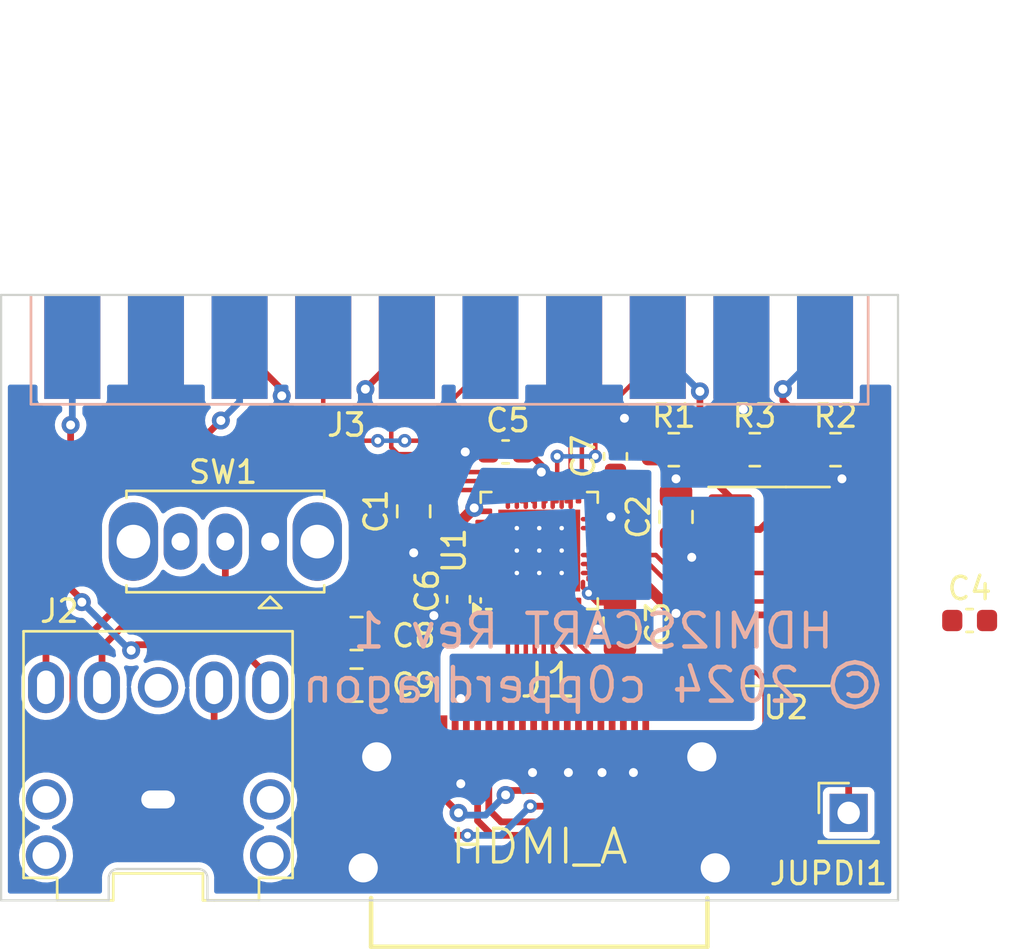
<source format=kicad_pcb>
(kicad_pcb (version 20240108) (generator "pcbnew") (generator_version "8.0")
  (title_block (title "HDMI2SCART") (rev "1"))
  (layers (0 "F.Cu" signal) (1 "In1.Cu" signal) (2 "In2.Cu" signal) (31 "B.Cu" signal) (34 "B.Paste" user) (35 "F.Paste" user) (36 "B.SilkS" user "B.Silkscreen") (37 "F.SilkS" user "F.Silkscreen") (38 "B.Mask" user) (39 "F.Mask" user) (44 "Edge.Cuts" user))
  (net 0 "")
  (net 1 "GND")
  (net 2 "+5V")
  (net 3 "+3.3V")
  (net 4 "Net-(C8-Pad1)")
  (net 5 "Net-(C8-Pad2)")
  (net 6 "Net-(C9-Pad1)")
  (net 7 "Net-(C9-Pad2)")
  (net 8 "Net-(J1-Pad1)")
  (net 9 "Net-(J1-Pad4)")
  (net 10 "Net-(J1-Pad6)")
  (net 11 "Net-(J1-Pad7)")
  (net 12 "Net-(J1-Pad9)")
  (net 13 "Net-(J1-Pad12)")
  (net 14 "+1V2")
  (net 15 "/AUD_R")
  (net 16 "/SCL")
  (net 17 "/SDA")
  (net 18 "/HPD")
  (net 19 "/RIGHT")
  (net 20 "/LEFT")
  (net 21 "/AUD_L")
  (net 22 "Net-(J1-CK+)")
  (net 23 "/B")
  (net 24 "Net-(J1-D0+)")
  (net 25 "Net-(J1-D2-)")
  (net 26 "/G")
  (net 27 "Net-(J1-D1+)")
  (net 28 "/R")
  (net 29 "Net-(J1-D2+)")
  (net 30 "Net-(J1-D1-)")
  (net 31 "/CSYNC")
  (net 33 "Net-(J1-D0-)")
  (net 34 "/60Hz")
  (net 35 "Net-(J1-CK-)")
  (net 36 "/VSYNC")
  (net 37 "/HSYNC")
  (net 44 "Net-(J3-P16)")
  (net 46 "Net-(JUPDI1-Pin_1)")
  (net 47 "Net-(U2-PA4)")
  (footprint "Connector_PinHeader_2.54mm:PinHeader_1x01_P2.54mm_Vertical" (layer "F.Cu") (at 163.8 95.1)
    (property "Reference" "JUPDI1" (at -0.9 2.7 0) (layer "F.SilkS"))
    (property "Value" "Conn_01x01")
    (pad "1" thru_hole rect (at 0 0) (size 1.7 1.7) (drill 1) (layers "*.Cu" "*.Mask") (net 46 "Net-(JUPDI1-Pin_1)"))
  )
  (footprint "Package_SO:SOIC-14_3.9x8.7mm_P1.27mm" (layer "F.Cu") (at 161 85)
    (property "Reference" "U2" (at 0 5.4 0) (layer "F.SilkS"))
    (property "Value" "ATtiny1604-SS")
    (pad "1" smd roundrect (at -2.475 -3.81) (size 1.95 0.6) (layers "F.Cu" "F.Paste" "F.Mask") (net 2 "+5V"))
    (pad "2" smd roundrect (at -2.475 -2.54) (size 1.95 0.6) (layers "F.Cu" "F.Paste" "F.Mask") (net 47 "Net-(U2-PA4)"))
    (pad "3" smd roundrect (at -2.475 -1.27) (size 1.95 0.6) (layers "F.Cu" "F.Paste" "F.Mask"))
    (pad "4" smd roundrect (at -2.475 0) (size 1.95 0.6) (layers "F.Cu" "F.Paste" "F.Mask"))
    (pad "5" smd roundrect (at -2.475 1.27) (size 1.95 0.6) (layers "F.Cu" "F.Paste" "F.Mask") (net 34 "/60Hz"))
    (pad "6" smd roundrect (at -2.475 2.54) (size 1.95 0.6) (layers "F.Cu" "F.Paste" "F.Mask"))
    (pad "7" smd roundrect (at -2.475 3.81) (size 1.95 0.6) (layers "F.Cu" "F.Paste" "F.Mask") (net 18 "/HPD"))
    (pad "8" smd roundrect (at 2.475 3.81) (size 1.95 0.6) (layers "F.Cu" "F.Paste" "F.Mask") (net 17 "/SDA"))
    (pad "9" smd roundrect (at 2.475 2.54) (size 1.95 0.6) (layers "F.Cu" "F.Paste" "F.Mask") (net 16 "/SCL"))
    (pad "10" smd roundrect (at 2.475 1.27) (size 1.95 0.6) (layers "F.Cu" "F.Paste" "F.Mask") (net 46 "Net-(JUPDI1-Pin_1)"))
    (pad "11" smd roundrect (at 2.475 0) (size 1.95 0.6) (layers "F.Cu" "F.Paste" "F.Mask") (net 36 "/VSYNC"))
    (pad "12" smd roundrect (at 2.475 -1.27) (size 1.95 0.6) (layers "F.Cu" "F.Paste" "F.Mask") (net 37 "/HSYNC"))
    (pad "13" smd roundrect (at 2.475 -2.54) (size 1.95 0.6) (layers "F.Cu" "F.Paste" "F.Mask"))
    (pad "14" smd roundrect (at 2.475 -3.81) (size 1.95 0.6) (layers "F.Cu" "F.Paste" "F.Mask") (net 1 "GND"))
  )
  (footprint "Capacitor_SMD:C_0603_1608Metric" (layer "F.Cu") (at 169.195 86.52)
    (property "Reference" "C4" (at 0 -1.43 0) (layer "F.SilkS"))
    (property "Value" "100nF")
    (pad "1" smd roundrect (at -0.775 0) (size 0.9 0.95) (layers "F.Cu" "F.Paste" "F.Mask") (net 3 "+3.3V"))
    (pad "2" smd roundrect (at 0.775 0) (size 0.9 0.95) (layers "F.Cu" "F.Paste" "F.Mask") (net 1 "GND"))
  )
  (footprint "Capacitor_SMD:C_0805_2012Metric" (layer "F.Cu") (at 156.1 81.9 90)
    (property "Reference" "C2" (at 0 -1.68 90) (layer "F.SilkS"))
    (property "Value" "10uF")
    (pad "1" smd roundrect (at -0.95 0 90) (size 1 1.45) (layers "F.Cu" "F.Paste" "F.Mask") (net 3 "+3.3V"))
    (pad "2" smd roundrect (at 0.95 0 90) (size 1 1.45) (layers "F.Cu" "F.Paste" "F.Mask") (net 1 "GND"))
  )
  (footprint "Package_DFN_QFN:QFN-32-1EP_5x5mm_P0.5mm_EP3.65x3.65mm_ThermalVias" (layer "F.Cu") (at 150 83.4 90)
    (property "Reference" "U1" (at 0 -3.8 90) (layer "F.SilkS"))
    (property "Value" "NX3303X")
    (pad "1" smd roundrect (at -2.475 -1.75 90) (size 0.75 0.25) (layers "F.Cu" "F.Paste" "F.Mask") (net 35 "Net-(J1-CK-)"))
    (pad "2" smd roundrect (at -2.475 -1.25 90) (size 0.75 0.25) (layers "F.Cu" "F.Paste" "F.Mask") (net 22 "Net-(J1-CK+)"))
    (pad "3" smd roundrect (at -2.475 -0.75 90) (size 0.75 0.25) (layers "F.Cu" "F.Paste" "F.Mask") (net 14 "+1V2"))
    (pad "4" smd roundrect (at -2.475 -0.25 90) (size 0.75 0.25) (layers "F.Cu" "F.Paste" "F.Mask") (net 33 "Net-(J1-D0-)"))
    (pad "5" smd roundrect (at -2.475 0.25 90) (size 0.75 0.25) (layers "F.Cu" "F.Paste" "F.Mask") (net 24 "Net-(J1-D0+)"))
    (pad "6" smd roundrect (at -2.475 0.75 90) (size 0.75 0.25) (layers "F.Cu" "F.Paste" "F.Mask") (net 3 "+3.3V"))
    (pad "7" smd roundrect (at -2.475 1.25 90) (size 0.75 0.25) (layers "F.Cu" "F.Paste" "F.Mask") (net 30 "Net-(J1-D1-)"))
    (pad "8" smd roundrect (at -2.475 1.75 90) (size 0.75 0.25) (layers "F.Cu" "F.Paste" "F.Mask") (net 27 "Net-(J1-D1+)"))
    (pad "9" smd roundrect (at -1.75 2.475 90) (size 0.25 0.75) (layers "F.Cu" "F.Paste" "F.Mask") (net 25 "Net-(J1-D2-)"))
    (pad "10" smd roundrect (at -1.25 2.475 90) (size 0.25 0.75) (layers "F.Cu" "F.Paste" "F.Mask") (net 29 "Net-(J1-D2+)"))
    (pad "11" smd roundrect (at -0.75 2.475 90) (size 0.25 0.75) (layers "F.Cu" "F.Paste" "F.Mask") (net 3 "+3.3V"))
    (pad "12" smd roundrect (at -0.25 2.475 90) (size 0.25 0.75) (layers "F.Cu" "F.Paste" "F.Mask") (net 23 "/B"))
    (pad "13" smd roundrect (at 0.25 2.475 90) (size 0.25 0.75) (layers "F.Cu" "F.Paste" "F.Mask") (net 26 "/G"))
    (pad "14" smd roundrect (at 0.75 2.475 90) (size 0.25 0.75) (layers "F.Cu" "F.Paste" "F.Mask") (net 28 "/R"))
    (pad "15" smd roundrect (at 1.25 2.475 90) (size 0.25 0.75) (layers "F.Cu" "F.Paste" "F.Mask") (net 3 "+3.3V"))
    (pad "16" smd roundrect (at 1.75 2.475 90) (size 0.25 0.75) (layers "F.Cu" "F.Paste" "F.Mask"))
    (pad "17" smd roundrect (at 2.475 1.75 90) (size 0.75 0.25) (layers "F.Cu" "F.Paste" "F.Mask") (net 21 "/AUD_L"))
    (pad "18" smd roundrect (at 2.475 1.25 90) (size 0.75 0.25) (layers "F.Cu" "F.Paste" "F.Mask") (net 15 "/AUD_R"))
    (pad "19" smd roundrect (at 2.475 0.75 90) (size 0.75 0.25) (layers "F.Cu" "F.Paste" "F.Mask") (net 3 "+3.3V"))
    (pad "20" smd roundrect (at 2.475 0.25 90) (size 0.75 0.25) (layers "F.Cu" "F.Paste" "F.Mask") (net 14 "+1V2"))
    (pad "21" smd roundrect (at 2.475 -0.25 90) (size 0.75 0.25) (layers "F.Cu" "F.Paste" "F.Mask") (net 3 "+3.3V"))
    (pad "22" smd roundrect (at 2.475 -0.75 90) (size 0.75 0.25) (layers "F.Cu" "F.Paste" "F.Mask") (net 2 "+5V"))
    (pad "23" smd roundrect (at 2.475 -1.25 90) (size 0.75 0.25) (layers "F.Cu" "F.Paste" "F.Mask") (net 1 "GND"))
    (pad "24" smd roundrect (at 2.475 -1.75 90) (size 0.75 0.25) (layers "F.Cu" "F.Paste" "F.Mask") (net 36 "/VSYNC"))
    (pad "25" smd roundrect (at 1.75 -2.475 90) (size 0.25 0.75) (layers "F.Cu" "F.Paste" "F.Mask"))
    (pad "26" smd roundrect (at 1.25 -2.475 90) (size 0.25 0.75) (layers "F.Cu" "F.Paste" "F.Mask"))
    (pad "27" smd roundrect (at 0.75 -2.475 90) (size 0.25 0.75) (layers "F.Cu" "F.Paste" "F.Mask") (net 37 "/HSYNC"))
    (pad "28" smd roundrect (at 0.25 -2.475 90) (size 0.25 0.75) (layers "F.Cu" "F.Paste" "F.Mask"))
    (pad "29" smd roundrect (at -0.25 -2.475 90) (size 0.25 0.75) (layers "F.Cu" "F.Paste" "F.Mask"))
    (pad "30" smd roundrect (at -0.75 -2.475 90) (size 0.25 0.75) (layers "F.Cu" "F.Paste" "F.Mask"))
    (pad "31" smd roundrect (at -1.25 -2.475 90) (size 0.25 0.75) (layers "F.Cu" "F.Paste" "F.Mask") (net 14 "+1V2"))
    (pad "32" smd roundrect (at -1.75 -2.475 90) (size 0.25 0.75) (layers "F.Cu" "F.Paste" "F.Mask") (net 3 "+3.3V"))
    (pad "33" thru_hole circle (at -1 -1 90) (size 0.5 0.5) (drill 0.2) (property pad_prop_heatsink) (layers "*.Cu") (net 1 "GND"))
    (pad "33" thru_hole circle (at -1 0 90) (size 0.5 0.5) (drill 0.2) (property pad_prop_heatsink) (layers "*.Cu") (net 1 "GND"))
    (pad "33" thru_hole circle (at -1 1 90) (size 0.5 0.5) (drill 0.2) (property pad_prop_heatsink) (layers "*.Cu") (net 1 "GND"))
    (pad "33" thru_hole circle (at 0 -1 90) (size 0.5 0.5) (drill 0.2) (property pad_prop_heatsink) (layers "*.Cu") (net 1 "GND"))
    (pad "33" thru_hole circle (at 0 0 90) (size 0.5 0.5) (drill 0.2) (property pad_prop_heatsink) (layers "*.Cu") (net 1 "GND"))
    (pad "33" smd rect (at 0 0 90) (size 2.5 2.5) (property pad_prop_heatsink) (layers "B.Cu") (net 1 "GND"))
    (pad "33" smd rect (at 0 0 90) (size 3.65 3.65) (property pad_prop_heatsink) (layers "F.Cu" "F.Mask") (net 1 "GND"))
    (pad "33" thru_hole circle (at 0 1 90) (size 0.5 0.5) (drill 0.2) (property pad_prop_heatsink) (layers "*.Cu") (net 1 "GND"))
    (pad "33" thru_hole circle (at 1 -1 90) (size 0.5 0.5) (drill 0.2) (property pad_prop_heatsink) (layers "*.Cu") (net 1 "GND"))
    (pad "33" thru_hole circle (at 1 0 90) (size 0.5 0.5) (drill 0.2) (property pad_prop_heatsink) (layers "*.Cu") (net 1 "GND"))
    (pad "33" thru_hole circle (at 1 1 90) (size 0.5 0.5) (drill 0.2) (property pad_prop_heatsink) (layers "*.Cu") (net 1 "GND"))
  )
  (footprint "footprints:FCI_10029449-11-5B13-5DRLF" (layer "F.Cu") (at 150 92.6)
    (property "Reference" "J1" (at 0.4 -3.4 0) (layer "F.SilkS") (effects (font (size 1.5 1.5))))
    (property "Value" "HDMI_A" (at 0 4 0) (layer "F.SilkS") (effects (font (size 1.5 1.5))))
    (pad "1" smd rect (at 4.75 -0.9) (size 0.3 1.9) (layers "F.Cu" "F.Paste" "F.Mask") (net 29 "Net-(J1-D2+)"))
    (pad "2" smd rect (at 4.25 -0.9) (size 0.3 1.9) (layers "F.Cu" "F.Paste" "F.Mask") (net 1 "GND"))
    (pad "3" smd rect (at 3.75 -0.9) (size 0.3 1.9) (layers "F.Cu" "F.Paste" "F.Mask") (net 25 "Net-(J1-D2-)"))
    (pad "4" smd rect (at 3.25 -0.9) (size 0.3 1.9) (layers "F.Cu" "F.Paste" "F.Mask") (net 27 "Net-(J1-D1+)"))
    (pad "5" smd rect (at 2.75 -0.9) (size 0.3 1.9) (layers "F.Cu" "F.Paste" "F.Mask") (net 1 "GND"))
    (pad "6" smd rect (at 2.25 -0.9) (size 0.3 1.9) (layers "F.Cu" "F.Paste" "F.Mask") (net 30 "Net-(J1-D1-)"))
    (pad "7" smd rect (at 1.75 -0.9) (size 0.3 1.9) (layers "F.Cu" "F.Paste" "F.Mask") (net 24 "Net-(J1-D0+)"))
    (pad "8" smd rect (at 1.25 -0.9) (size 0.3 1.9) (layers "F.Cu" "F.Paste" "F.Mask") (net 1 "GND"))
    (pad "9" smd rect (at 0.75 -0.9) (size 0.3 1.9) (layers "F.Cu" "F.Paste" "F.Mask") (net 33 "Net-(J1-D0-)"))
    (pad "10" smd rect (at 0.25 -0.9) (size 0.3 1.9) (layers "F.Cu" "F.Paste" "F.Mask") (net 22 "Net-(J1-CK+)"))
    (pad "11" smd rect (at -0.25 -0.9) (size 0.3 1.9) (layers "F.Cu" "F.Paste" "F.Mask") (net 1 "GND"))
    (pad "12" smd rect (at -0.75 -0.9) (size 0.3 1.9) (layers "F.Cu" "F.Paste" "F.Mask") (net 35 "Net-(J1-CK-)"))
    (pad "13" smd rect (at -1.25 -0.9) (size 0.3 1.9) (layers "F.Cu" "F.Paste" "F.Mask"))
    (pad "14" smd rect (at -1.75 -0.9) (size 0.3 1.9) (layers "F.Cu" "F.Paste" "F.Mask"))
    (pad "15" smd rect (at -2.25 -0.9) (size 0.3 1.9) (layers "F.Cu" "F.Paste" "F.Mask") (net 16 "/SCL"))
    (pad "16" smd rect (at -2.75 -0.9) (size 0.3 1.9) (layers "F.Cu" "F.Paste" "F.Mask") (net 17 "/SDA"))
    (pad "17" smd rect (at -3.25 -0.9) (size 0.3 1.9) (layers "F.Cu" "F.Paste" "F.Mask") (net 1 "GND"))
    (pad "18" smd rect (at -3.75 -0.9) (size 0.3 1.9) (layers "F.Cu" "F.Paste" "F.Mask") (net 2 "+5V"))
    (pad "19" smd rect (at -4.25 -0.9) (size 0.3 1.9) (layers "F.Cu" "F.Paste" "F.Mask") (net 18 "/HPD"))
    (pad "SH" thru_hole circle (at -7.85 4.95) (size 2 2) (drill 1.3) (layers "*.Cu" "*.Mask") (net 1 "GND"))
    (pad "SH" thru_hole circle (at -7.25 0) (size 2 2) (drill 1.3) (layers "*.Cu" "*.Mask") (net 1 "GND"))
    (pad "SH" thru_hole circle (at 7.25 0) (size 2 2) (drill 1.3) (layers "*.Cu" "*.Mask") (net 1 "GND"))
    (pad "SH" thru_hole circle (at 7.85 4.95) (size 2 2) (drill 1.3) (layers "*.Cu" "*.Mask") (net 1 "GND"))
  )
  (footprint "Resistor_SMD:R_0805_2012Metric" (layer "F.Cu") (at 156 78.9)
    (property "Reference" "R1" (at 0 -1.5 0) (layer "F.SilkS"))
    (property "Value" "180")
    (pad "1" smd roundrect (at -0.9125 0) (size 1.025 1.4) (layers "F.Cu" "F.Paste" "F.Mask") (roundrect_rratio 0.243902439) (net 44 "Net-(J3-P16)"))
    (pad "2" smd roundrect (at 0.9125 0) (size 1.025 1.4) (layers "F.Cu" "F.Paste" "F.Mask") (roundrect_rratio 0.243902439) (net 2 "+5V"))
  )
  (footprint "Capacitor_SMD:C_0603_1608Metric" (layer "F.Cu") (at 153.4 79.2 90)
    (property "Reference" "C7" (at 0 -1.43 90) (layer "F.SilkS"))
    (property "Value" "100nF")
    (pad "1" smd roundrect (at -0.775 0 90) (size 0.9 0.95) (layers "F.Cu" "F.Paste" "F.Mask") (net 14 "+1V2"))
    (pad "2" smd roundrect (at 0.775 0 90) (size 0.9 0.95) (layers "F.Cu" "F.Paste" "F.Mask") (net 1 "GND"))
  )
  (footprint "Capacitor_SMD:C_0805_2012Metric" (layer "F.Cu") (at 153.6 86.65 -90)
    (property "Reference" "C3" (at 0 -1.68 90) (layer "F.SilkS"))
    (property "Value" "10uF")
    (pad "1" smd roundrect (at -0.95 0 270) (size 1 1.45) (layers "F.Cu" "F.Paste" "F.Mask") (net 14 "+1V2"))
    (pad "2" smd roundrect (at 0.95 0 270) (size 1 1.45) (layers "F.Cu" "F.Paste" "F.Mask") (net 1 "GND"))
  )
  (footprint "Button_Switch_THT:SW_Slide_1P2T_CK_OS102011MS2Q" (layer "F.Cu") (at 138 83 180)
    (property "Reference" "SW1" (at 2.1 3.1 0) (layer "F.SilkS"))
    (property "Value" "0S102011MS2QN1")
    (pad "" thru_hole oval (at -2.1 0 180) (size 2.2 3.5) (drill 1.5) (layers "*.Cu" "*.Mask"))
    (pad "" thru_hole oval (at 6.1 0 180) (size 2.2 3.5) (drill 1.5) (layers "*.Cu" "*.Mask"))
    (pad "1" thru_hole rect (at 0 0 180) (size 1.5 2.5) (drill 0.8) (layers "*.Cu" "*.Mask") (net 1 "GND"))
    (pad "2" thru_hole oval (at 2 0 180) (size 1.5 2.5) (drill 0.8) (layers "*.Cu" "*.Mask") (net 34 "/60Hz"))
    (pad "3" thru_hole oval (at 4 0 180) (size 1.5 2.5) (drill 0.8) (layers "*.Cu" "*.Mask"))
  )
  (footprint "footprints:audio_jack" (layer "F.Cu") (at 133 94.5 90)
    (property "Reference" "J2" (at 8.4 -4.4 0) (layer "F.SilkS"))
    (property "Value" "SJ1-3525NG")
    (pad "" thru_hole circle (at -2.5 -5 90) (size 1.8 1.8) (drill 1.2) (layers "*.Cu" "*.Mask"))
    (pad "" thru_hole circle (at -2.5 5 90) (size 1.8 1.8) (drill 1.2) (layers "*.Cu" "*.Mask"))
    (pad "" thru_hole circle (at 0 -5 90) (size 1.8 1.8) (drill 1.2) (layers "*.Cu" "*.Mask"))
    (pad "" thru_hole circle (at 0 5 90) (size 1.8 1.8) (drill 1.2) (layers "*.Cu" "*.Mask"))
    (pad "" thru_hole circle (at 5 0 90) (size 1.8 1.8) (drill 1.2) (layers "*.Cu" "*.Mask"))
    (pad "R" thru_hole oval (at 5 -5 90) (size 2.3 1.6) (drill oval 1.5 0.8) (layers "*.Cu" "*.Mask") (net 19 "/RIGHT"))
    (pad "RN" thru_hole oval (at 5 -2.5 90) (size 2.3 1.6) (drill oval 1.5 0.8) (layers "*.Cu" "*.Mask") (net 5 "Net-(C8-Pad2)"))
    (pad "S" thru_hole oval (at 0 0 90) (size 1.6 2.3) (drill oval 0.8 1.5) (layers "*.Cu" "*.Mask") (net 1 "GND"))
    (pad "T" thru_hole oval (at 5 5 90) (size 2.3 1.6) (drill oval 1.5 0.8) (layers "*.Cu" "*.Mask") (net 20 "/LEFT"))
    (pad "TN" thru_hole oval (at 5 2.5 90) (size 2.3 1.6) (drill oval 1.5 0.8) (layers "*.Cu" "*.Mask") (net 7 "Net-(C9-Pad2)"))
  )
  (footprint "Capacitor_SMD:C_0603_1608Metric" (layer "F.Cu") (at 148.5 79 180)
    (property "Reference" "C5" (at -0.1 1.4 0) (layer "F.SilkS"))
    (property "Value" "100nF")
    (pad "1" smd roundrect (at -0.775 0 180) (size 0.9 0.95) (layers "F.Cu" "F.Paste" "F.Mask") (net 3 "+3.3V"))
    (pad "2" smd roundrect (at 0.775 0 180) (size 0.9 0.95) (layers "F.Cu" "F.Paste" "F.Mask") (net 1 "GND"))
  )
  (footprint "Capacitor_SMD:C_0805_2012Metric" (layer "F.Cu") (at 144.4 81.65 90)
    (property "Reference" "C1" (at 0 -1.68 90) (layer "F.SilkS"))
    (property "Value" "10uF")
    (pad "1" smd roundrect (at -0.95 0 90) (size 1 1.45) (layers "F.Cu" "F.Paste" "F.Mask") (net 2 "+5V"))
    (pad "2" smd roundrect (at 0.95 0 90) (size 1 1.45) (layers "F.Cu" "F.Paste" "F.Mask") (net 1 "GND"))
  )
  (footprint "Resistor_SMD:R_0805_2012Metric" (layer "F.Cu") (at 159.6125 78.9)
    (property "Reference" "R3" (at -0.0125 -1.5 0) (layer "F.SilkS"))
    (property "Value" "470")
    (pad "1" smd roundrect (at -0.9125 0) (size 1.025 1.4) (layers "F.Cu" "F.Paste" "F.Mask") (roundrect_rratio 0.243902439) (net 47 "Net-(U2-PA4)"))
    (pad "2" smd roundrect (at 0.9125 0) (size 1.025 1.4) (layers "F.Cu" "F.Paste" "F.Mask") (roundrect_rratio 0.243902439) (net 31 "/CSYNC"))
  )
  (footprint "Capacitor_SMD:C_0805_2012Metric" (layer "F.Cu") (at 141.85 87.1 180)
    (property "Reference" "C8" (at -2.55 -0.1 0) (layer "F.SilkS"))
    (property "Value" "10uF")
    (pad "1" smd roundrect (at -0.95 0 180) (size 1 1.45) (layers "F.Cu" "F.Paste" "F.Mask") (net 15 "/AUD_R"))
    (pad "2" smd roundrect (at 0.95 0 180) (size 1 1.45) (layers "F.Cu" "F.Paste" "F.Mask") (net 5 "Net-(C8-Pad2)"))
  )
  (footprint "Capacitor_SMD:C_0603_1608Metric" (layer "F.Cu") (at 146.4 85.575 -90)
    (property "Reference" "C6" (at -0.375 1.4 90) (layer "F.SilkS"))
    (property "Value" "100nF")
    (pad "1" smd roundrect (at -0.775 0 270) (size 0.9 0.95) (layers "F.Cu" "F.Paste" "F.Mask") (net 2 "+5V"))
    (pad "2" smd roundrect (at 0.775 0 270) (size 0.9 0.95) (layers "F.Cu" "F.Paste" "F.Mask") (net 1 "GND"))
  )
  (footprint "Resistor_SMD:R_0805_2012Metric" (layer "F.Cu") (at 163.2125 78.9)
    (property "Reference" "R2" (at 0 -1.5 0) (layer "F.SilkS"))
    (property "Value" "100")
    (pad "1" smd roundrect (at -0.9125 0) (size 1.025 1.4) (layers "F.Cu" "F.Paste" "F.Mask") (roundrect_rratio 0.243902439) (net 31 "/CSYNC"))
    (pad "2" smd roundrect (at 0.9125 0) (size 1.025 1.4) (layers "F.Cu" "F.Paste" "F.Mask") (roundrect_rratio 0.243902439) (net 1 "GND"))
  )
  (footprint "Capacitor_SMD:C_0805_2012Metric" (layer "F.Cu") (at 141.85 89.4 180)
    (property "Reference" "C9" (at -2.55 0 0) (layer "F.SilkS"))
    (property "Value" "10uF")
    (pad "1" smd roundrect (at -0.95 0 180) (size 1 1.45) (layers "F.Cu" "F.Paste" "F.Mask") (net 21 "/AUD_L"))
    (pad "2" smd roundrect (at 0.95 0 180) (size 1 1.45) (layers "F.Cu" "F.Paste" "F.Mask") (net 7 "Net-(C9-Pad2)"))
  )
  (footprint "footprints:SCART_Edge_mount" (layer "B.Cu") (at 144.095 59.0955 180)
    (property "Reference" "J3" (at 2.695 -18.7045 0) (layer "F.SilkS"))
    (property "Value" "SCART-M")
    (pad "1" smd rect (at 14.92 -15.24) (size 2.5 4.6) (layers "F.Cu" "F.Mask"))
    (pad "2" smd rect (at 14.92 -15.24) (size 2.5 4.6) (layers "B.Cu" "B.Mask") (net 19 "/RIGHT"))
    (pad "3" smd rect (at 11.19 -15.24) (size 2.5 4.6) (layers "F.Cu" "F.Mask"))
    (pad "4" smd rect (at 11.19 -15.24) (size 2.5 4.6) (layers "B.Cu" "B.Mask") (net 1 "GND"))
    (pad "5" smd rect (at 7.46 -15.24) (size 2.5 4.6) (layers "F.Cu" "F.Mask") (net 1 "GND"))
    (pad "6" smd rect (at 7.46 -15.24) (size 2.5 4.6) (layers "B.Cu" "B.Mask") (net 20 "/LEFT"))
    (pad "7" smd rect (at 3.73 -15.24) (size 2.5 4.6) (layers "F.Cu" "F.Mask") (net 23 "/B"))
    (pad "8" smd rect (at 3.73 -15.24) (size 2.5 4.6) (layers "B.Cu" "B.Mask"))
    (pad "9" smd rect (at 0 -15.24) (size 2.5 4.6) (layers "F.Cu" "F.Mask") (net 1 "GND"))
    (pad "10" smd rect (at 0 -15.24) (size 2.5 4.6) (layers "B.Cu" "B.Mask"))
    (pad "11" smd rect (at -3.73 -15.24) (size 2.5 4.6) (layers "F.Cu" "F.Mask") (net 26 "/G"))
    (pad "12" smd rect (at -3.73 -15.24) (size 2.5 4.6) (layers "B.Cu" "B.Mask"))
    (pad "13" smd rect (at -7.46 -15.24) (size 2.5 4.6) (layers "F.Cu" "F.Mask") (net 1 "GND"))
    (pad "14" smd rect (at -7.46 -15.24) (size 2.5 4.6) (layers "B.Cu" "B.Mask") (net 1 "GND"))
    (pad "15" smd rect (at -11.19 -15.24) (size 2.5 4.6) (layers "F.Cu" "F.Mask") (net 28 "/R"))
    (pad "16" smd rect (at -11.19 -15.24) (size 2.5 4.6) (layers "B.Cu" "B.Mask") (net 44 "Net-(J3-P16)"))
    (pad "17" smd rect (at -14.92 -15.24) (size 2.5 4.6) (layers "F.Cu" "F.Mask") (net 1 "GND"))
    (pad "18" smd rect (at -14.92 -15.24) (size 2.5 4.6) (layers "B.Cu" "B.Mask") (net 1 "GND"))
    (pad "19" smd rect (at -18.65 -15.24) (size 2.5 4.6) (layers "F.Cu" "F.Mask"))
    (pad "20" smd rect (at -18.65 -15.24) (size 2.5 4.6) (layers "B.Cu" "B.Mask") (net 31 "/CSYNC"))
  )
  (gr_line (start 135.2 99) (end 135.2 98) (stroke (width 0.1)) (layer "Edge.Cuts"))
  (gr_line (start 134.8 97.6) (end 131.2 97.6) (stroke (width 0.1)) (layer "Edge.Cuts"))
  (gr_arc (start 130.8 98) (mid 130.917157 97.717157) (end 131.2 97.6) (stroke (width 0.1)) (layer "Edge.Cuts"))
  (gr_line (start 126 72) (end 166 72) (stroke (width 0.1)) (layer "Edge.Cuts"))
  (gr_line (start 130.8 99) (end 126 99) (stroke (width 0.1)) (layer "Edge.Cuts"))
  (gr_arc (start 134.8 97.6) (mid 135.082843 97.717157) (end 135.2 98) (stroke (width 0.1)) (layer "Edge.Cuts"))
  (gr_line (start 126 99) (end 126 72) (stroke (width 0.1)) (layer "Edge.Cuts"))
  (gr_line (start 130.8 98) (end 130.8 99) (stroke (width 0.1)) (layer "Edge.Cuts"))
  (gr_line (start 166 72) (end 166 99) (stroke (width 0.1)) (layer "Edge.Cuts"))
  (gr_line (start 135.2 99) (end 166 99) (stroke (width 0.1)) (layer "Edge.Cuts"))
  (gr_text "HDMI2SCART Rev 1\n© 2024 c0pperdragon" (at 152.4 88.2 0) (layer "B.SilkS") (effects (font (size 1.5 1.5) (thickness 0.2)) (justify mirror)))
  (segment (start 154.25 91.7) (end 154.25 93.25) (width 0.3) (layer "F.Cu") (net 1))
  (segment (start 138.515498 76.215998) (end 136.635 74.3355) (width 0.3) (layer "F.Cu") (net 1))
  (segment (start 142.245498 76.2) (end 142.245498 76.185002) (width 0.3) (layer "F.Cu") (net 1))
  (segment (start 144.8 80.3) (end 144.4 80.7) (width 0.2) (layer "F.Cu") (net 1))
  (segment (start 146.7 79) (end 147.725 79) (width 0.3) (layer "F.Cu") (net 1))
  (segment (start 153.4 77.9) (end 153.4 78.425) (width 0.3) (layer "F.Cu") (net 1))
  (segment (start 145.35 86.35) (end 145.3 86.3) (width 0.3) (layer "F.Cu") (net 1))
  (segment (start 146.4 86.35) (end 145.35 86.35) (width 0.3) (layer "F.Cu") (net 1))
  (segment (start 151.25 93.25) (end 151.3 93.3) (width 0.3) (layer "F.Cu") (net 1))
  (segment (start 163.5 80.2) (end 163.5 79.525) (width 0.3) (layer "F.Cu") (net 1))
  (segment (start 138.515498 76.5) (end 138.515498 76.215998) (width 0.3) (layer "F.Cu") (net 1))
  (segment (start 152.6 86.9) (end 153.3 87.6) (width 0.3) (layer "F.Cu") (net 1))
  (segment (start 163.475 80.225) (end 163.5 80.2) (width 0.3) (layer "F.Cu") (net 1))
  (segment (start 153.3 87.6) (end 153.6 87.6) (width 0.3) (layer "F.Cu") (net 1))
  (segment (start 159.015 77.015) (end 159.1 77.1) (width 0.3) (layer "F.Cu") (net 1))
  (segment (start 149.75 93.25) (end 149.7 93.3) (width 0.3) (layer "F.Cu") (net 1))
  (segment (start 156.1 80.95) (end 156.1 80.2) (width 0.3) (layer "F.Cu") (net 1))
  (segment (start 149 81.45) (end 149 80.5) (width 0.2) (layer "F.Cu") (net 1))
  (segment (start 142.245498 76.185002) (end 144.095 74.3355) (width 0.3) (layer "F.Cu") (net 1))
  (segment (start 148.8 80.3) (end 144.8 80.3) (width 0.2) (layer "F.Cu") (net 1))
  (segment (start 163.475 81.19) (end 163.475 80.225) (width 0.3) (layer "F.Cu") (net 1))
  (segment (start 146.75 93.5505) (end 146.5005 93.8) (width 0.3) (layer "F.Cu") (net 1))
  (segment (start 149.75 91.7) (end 149.75 93.25) (width 0.3) (layer "F.Cu") (net 1))
  (segment (start 154.25 93.25) (end 154.2 93.3) (width 0.3) (layer "F.Cu") (net 1))
  (segment (start 163.5 79.525) (end 164.125 78.9) (width 0.3) (layer "F.Cu") (net 1))
  (segment (start 153.8 77.5) (end 153.4 77.9) (width 0.3) (layer "F.Cu") (net 1))
  (segment (start 146.75 91.7) (end 146.75 93.5505) (width 0.3) (layer "F.Cu") (net 1))
  (segment (start 159.015 74.3355) (end 159.015 77.015) (width 0.3) (layer "F.Cu") (net 1))
  (segment (start 152.75 93.25) (end 152.8 93.3) (width 0.3) (layer "F.Cu") (net 1))
  (segment (start 152.75 91.7) (end 152.75 93.25) (width 0.3) (layer "F.Cu") (net 1))
  (segment (start 151.25 91.7) (end 151.25 93.25) (width 0.3) (layer "F.Cu") (net 1))
  (segment (start 149 80.5) (end 148.8 80.3) (width 0.2) (layer "F.Cu") (net 1))
  (via (at 156.1 80.2) (size 0.8) (drill 0.4) (layers "F.Cu" "B.Cu") (net 1))
  (via (at 138.515498 76.5) (size 0.8) (drill 0.4) (layers "F.Cu" "B.Cu") (net 1))
  (via (at 151.3 93.3) (size 0.8) (drill 0.4) (layers "F.Cu" "B.Cu") (net 1))
  (via (at 163.5 80.2) (size 0.8) (drill 0.4) (layers "F.Cu" "B.Cu") (net 1))
  (via (at 154.2 93.3) (size 0.8) (drill 0.4) (layers "F.Cu" "B.Cu") (net 1))
  (via (at 152.8 93.3) (size 0.8) (drill 0.4) (layers "F.Cu" "B.Cu") (net 1))
  (via (at 153.8 77.5) (size 0.8) (drill 0.4) (layers "F.Cu" "B.Cu") (net 1))
  (via (at 146.5005 93.8) (size 0.8) (drill 0.4) (layers "F.Cu" "B.Cu") (net 1))
  (via (at 159.1 77.1) (size 0.8) (drill 0.4) (layers "F.Cu" "B.Cu") (net 1))
  (via (at 152.6 86.9) (size 0.8) (drill 0.4) (layers "F.Cu" "B.Cu") (net 1))
  (via (at 146.7 79) (size 0.8) (drill 0.4) (layers "F.Cu" "B.Cu") (net 1))
  (via (at 145.3 86.3) (size 0.8) (drill 0.4) (layers "F.Cu" "B.Cu") (net 1))
  (via (at 142.245498 76.2) (size 0.8) (drill 0.4) (layers "F.Cu" "B.Cu") (net 1))
  (via (at 149.7 93.3) (size 0.8) (drill 0.4) (layers "F.Cu" "B.Cu") (net 1))
  (segment (start 146.25 90.25) (end 146.25 91.7392) (width 0.3) (layer "F.Cu") (net 2))
  (segment (start 146.5 90) (end 146.25 90.25) (width 0.3) (layer "F.Cu") (net 2))
  (segment (start 156.8 83.7005) (end 156.1 83.0005) (width 0.3) (layer "F.Cu") (net 2))
  (segment (start 156.9125 79.4125) (end 158.525 81.025) (width 0.3) (layer "F.Cu") (net 2))
  (segment (start 144.4 82.6) (end 144.4 83.5) (width 0.2) (layer "F.Cu") (net 2))
  (segment (start 156.15 82.85) (end 157.81 81.19) (width 0.3) (layer "F.Cu") (net 2))
  (segment (start 157.81 81.19) (end 158.525 81.19) (width 0.3) (layer "F.Cu") (net 2))
  (segment (start 158.525 81.025) (end 158.525 81.19) (width 0.3) (layer "F.Cu") (net 2))
  (segment (start 156.9125 78.9) (end 156.9125 79.4125) (width 0.3) (layer "F.Cu") (net 2))
  (via (at 156.8 83.7005) (size 0.8) (drill 0.4) (layers "F.Cu" "B.Cu") (net 2))
  (via (at 146.5 90) (size 0.8) (drill 0.4) (layers "F.Cu" "B.Cu") (net 2))
  (via (at 144.4 83.5) (size 0.8) (drill 0.4) (layers "F.Cu" "B.Cu") (net 2))
  (segment (start 149.275 79) (end 149.5 79) (width 0.3) (layer "F.Cu") (net 3))
  (segment (start 153.4 79.975) (end 153.2 80.175) (width 0.3) (layer "F.Cu") (net 3))
  (segment (start 153.2 80.175) (end 153.2 81.9) (width 0.3) (layer "F.Cu") (net 3))
  (segment (start 150.092268 79.592268) (end 150.092268 79.899669) (width 0.3) (layer "F.Cu") (net 3))
  (segment (start 153.1 82) (end 153.2 81.9) (width 0.2) (layer "F.Cu") (net 3))
  (segment (start 150.2 80.007401) (end 150.2 81.45) (width 0.2) (layer "F.Cu") (net 3))
  (segment (start 146.4 84.8) (end 146.4 82.2) (width 0.5) (layer "F.Cu") (net 3))
  (segment (start 151.95 85.05) (end 152.2 85.3) (width 0.2) (layer "F.Cu") (net 3))
  (segment (start 149.8 80.191937) (end 149.8 81.45) (width 0.2) (layer "F.Cu") (net 3))
  (segment (start 151.95 84.8) (end 151.95 85.05) (width 0.2) (layer "F.Cu") (net 3))
  (segment (start 153.6 85.7) (end 152.6 85.7) (width 0.3) (layer "F.Cu") (net 3))
  (segment (start 152.6 85.7) (end 152.2 85.3) (width 0.3) (layer "F.Cu") (net 3))
  (segment (start 153.2 82.3) (end 153.2 81.9) (width 0.2) (layer "F.Cu") (net 3))
  (segment (start 148.05 84.8) (end 146.4 84.8) (width 0.2) (layer "F.Cu") (net 3))
  (segment (start 146.4 82.2) (end 147.1 81.5) (width 0.5) (layer "F.Cu") (net 3))
  (segment (start 151.95 82.4) (end 153.1 82.4) (width 0.2) (layer "F.Cu") (net 3))
  (segment (start 149.5 79) (end 150.092268 79.592268) (width 0.3) (layer "F.Cu") (net 3))
  (segment (start 150.2 80.2) (end 150 80) (width 0.2) (layer "F.Cu") (net 3))
  (segment (start 150.092268 79.899669) (end 150.2 80.007401) (width 0.2) (layer "F.Cu") (net 3))
  (segment (start 150.092268 79.899669) (end 149.8 80.191937) (width 0.2) (layer "F.Cu") (net 3))
  (segment (start 151.95 82) (end 153.1 82) (width 0.2) (layer "F.Cu") (net 3))
  (segment (start 153.1 82.4) (end 153.2 82.3) (width 0.2) (layer "F.Cu") (net 3))
  (via (at 153.2 81.9) (size 0.8) (drill 0.4) (layers "F.Cu" "B.Cu") (net 3))
  (via (at 147.1 81.5) (size 0.8) (drill 0.4) (layers "F.Cu" "B.Cu") (net 3))
  (via (at 152.2 85.3) (size 0.6) (drill 0.3) (layers "F.Cu" "B.Cu") (net 3))
  (via (at 150.092268 79.899669) (size 0.8) (drill 0.4) (layers "F.Cu" "B.Cu") (net 3))
  (segment (start 142.6 79.9) (end 142.6 85.6) (width 0.2) (layer "F.Cu") (net 4))
  (segment (start 149.4 80.2) (end 149.1 79.9) (width 0.2) (layer "F.Cu") (net 4))
  (segment (start 142.9 85.9) (end 142.9 87) (width 0.2) (layer "F.Cu") (net 4))
  (segment (start 142.9 87) (end 142.8 87.1) (width 0.2) (layer "F.Cu") (net 4))
  (segment (start 149.4 81.45) (end 149.4 80.2) (width 0.2) (layer "F.Cu") (net 4))
  (segment (start 149.1 79.9) (end 145.9 79.9) (width 0.2) (layer "F.Cu") (net 4))
  (segment (start 142.9 79.6) (end 142.6 79.9) (width 0.2) (layer "F.Cu") (net 4))
  (segment (start 145.6 79.6) (end 142.9 79.6) (width 0.2) (layer "F.Cu") (net 4))
  (segment (start 142.6 85.6) (end 142.9 85.9) (width 0.2) (layer "F.Cu") (net 4))
  (segment (start 145.9 79.9) (end 145.6 79.6) (width 0.2) (layer "F.Cu") (net 4))
  (segment (start 140.9 87.1) (end 140.5 86.7) (width 0.3) (layer "F.Cu") (net 5))
  (segment (start 131.5 86.7) (end 130.5 87.7) (width 0.3) (layer "F.Cu") (net 5))
  (segment (start 140.5 86.7) (end 131.5 86.7) (width 0.3) (layer "F.Cu") (net 5))
  (segment (start 130.5 87.7) (end 130.5 89.5) (width 0.3) (layer "F.Cu") (net 5))
  (segment (start 148.4 80.7) (end 148.6 80.9) (width 0.2) (layer "F.Cu") (net 6))
  (segment (start 146.1 80.7) (end 148.4 80.7) (width 0.2) (layer "F.Cu") (net 6))
  (segment (start 143.9 88.6) (end 143.9 85.4) (width 0.2) (layer "F.Cu") (net 6))
  (segment (start 145.7 81.1) (end 146.1 80.7) (width 0.2) (layer "F.Cu") (net 6))
  (segment (start 148.6 80.9) (end 148.6 81.45) (width 0.2) (layer "F.Cu") (net 6))
  (segment (start 142.8 89.4) (end 143.1 89.4) (width 0.2) (layer "F.Cu") (net 6))
  (segment (start 145.7 83.6) (end 145.7 81.1) (width 0.2) (layer "F.Cu") (net 6))
  (segment (start 143.9 85.4) (end 145.7 83.6) (width 0.2) (layer "F.Cu") (net 6))
  (segment (start 143.1 89.4) (end 143.9 88.6) (width 0.2) (layer "F.Cu") (net 6))
  (segment (start 138.8 91.7) (end 140.9 89.6) (width 0.3) (layer "F.Cu") (net 7))
  (segment (start 135.5 89.5) (end 135.5 91.1) (width 0.3) (layer "F.Cu") (net 7))
  (segment (start 140.9 89.6) (end 140.9 89.4) (width 0.3) (layer "F.Cu") (net 7))
  (segment (start 136.1 91.7) (end 138.8 91.7) (width 0.3) (layer "F.Cu") (net 7))
  (segment (start 135.5 91.1) (end 136.1 91.7) (width 0.3) (layer "F.Cu") (net 7))
  (segment (start 151.4 87.2) (end 154.75 90.55) (width 0.2) (layer "F.Cu") (net 8))
  (segment (start 151.4 85.35) (end 151.4 87.2) (width 0.2) (layer "F.Cu") (net 8))
  (segment (start 154.75 90.55) (end 154.75 91.7392) (width 0.2) (layer "F.Cu") (net 8))
  (segment (start 150.6 87.9) (end 153.25 90.55) (width 0.2) (layer "F.Cu") (net 9))
  (segment (start 150.6 85.35) (end 150.6 87.9) (width 0.2) (layer "F.Cu") (net 9))
  (segment (start 153.25 90.55) (end 153.25 91.7392) (width 0.2) (layer "F.Cu") (net 9))
  (segment (start 152.25 90.2) (end 152.25 91.7392) (width 0.2) (layer "F.Cu") (net 10))
  (segment (start 150.2 88.15) (end 152.25 90.2) (width 0.2) (layer "F.Cu") (net 10))
  (segment (start 150.2 85.35) (end 150.2 88.15) (width 0.2) (layer "F.Cu") (net 10))
  (segment (start 149.8 85.35) (end 149.8 88.5) (width 0.2) (layer "F.Cu") (net 11))
  (segment (start 149.8 88.5) (end 151.75 90.45) (width 0.2) (layer "F.Cu") (net 11))
  (segment (start 151.75 90.45) (end 151.75 91.7392) (width 0.2) (layer "F.Cu") (net 11))
  (segment (start 149.4 88.9) (end 150.75 90.25) (width 0.2) (layer "F.Cu") (net 12))
  (segment (start 150.75 90.25) (end 150.75 91.7392) (width 0.2) (layer "F.Cu") (net 12))
  (segment (start 149.4 85.35) (end 149.4 88.9) (width 0.2) (layer "F.Cu") (net 12))
  (segment (start 148.6 89.8) (end 149.25 90.45) (width 0.2) (layer "F.Cu") (net 13))
  (segment (start 148.6 85.35) (end 148.6 89.8) (width 0.2) (layer "F.Cu") (net 13))
  (segment (start 149.25 90.45) (end 149.25 91.7392) (width 0.2) (layer "F.Cu") (net 13))
  (segment (start 162.16 87.54) (end 163.475 87.54) (width 0.3) (layer "F.Cu") (net 16))
  (segment (start 161.4 93.1) (end 161.4 88.3) (width 0.3) (layer "F.Cu") (net 16))
  (segment (start 147.75 94.95) (end 148.3 95.5) (width 0.3) (layer "F.Cu") (net 16))
  (segment (start 161.4 88.3) (end 162.16 87.54) (width 0.3) (layer "F.Cu") (net 16))
  (segment (start 159 95.5) (end 161.4 93.1) (width 0.3) (layer "F.Cu") (net 16))
  (segment (start 147.75 91.7) (end 147.75 94.95) (width 0.3) (layer "F.Cu") (net 16))
  (segment (start 148.3 95.5) (end 159 95.5) (width 0.3) (layer "F.Cu") (net 16))
  (segment (start 147.9 96.1) (end 159.4 96.1) (width 0.3) (layer "F.Cu") (net 17))
  (segment (start 162.29 88.81) (end 163.475 88.81) (width 0.3) (layer "F.Cu") (net 17))
  (segment (start 162 89.1) (end 162.29 88.81) (width 0.3) (layer "F.Cu") (net 17))
  (segment (start 147.25 91.7) (end 147.25 95.45) (width 0.3) (layer "F.Cu") (net 17))
  (segment (start 159.4 96.1) (end 162 93.5) (width 0.3) (layer "F.Cu") (net 17))
  (segment (start 162 93.5) (end 162 89.1) (width 0.3) (layer "F.Cu") (net 17))
  (segment (start 147.25 95.45) (end 147.9 96.1) (width 0.3) (layer "F.Cu") (net 17))
  (segment (start 148.7 94.1) (end 158.3 94.1) (width 0.3) (layer "F.Cu") (net 18))
  (segment (start 158.3 94.1) (end 160.1 92.3) (width 0.3) (layer "F.Cu") (net 18))
  (segment (start 146.4 95.1) (end 145.75 94.45) (width 0.3) (layer "F.Cu") (net 18))
  (segment (start 160.1 89.2) (end 159.71 88.81) (width 0.3) (layer "F.Cu") (net 18))
  (segment (start 145.75 94.45) (end 145.75 91.7) (width 0.3) (layer "F.Cu") (net 18))
  (segment (start 160.1 92.3) (end 160.1 89.2) (width 0.3) (layer "F.Cu") (net 18))
  (segment (start 159.71 88.81) (end 158.525 88.81) (width 0.3) (layer "F.Cu") (net 18))
  (segment (start 148.5 94.3) (end 148.7 94.1) (width 0.3) (layer "F.Cu") (net 18))
  (via (at 146.4 95.1) (size 0.8) (drill 0.4) (layers "F.Cu" "B.Cu") (net 18))
  (via (at 148.5 94.3) (size 0.8) (drill 0.4) (layers "F.Cu" "B.Cu") (net 18))
  (segment (start 146.5 95.2) (end 147.6 95.2) (width 0.3) (layer "B.Cu") (net 18))
  (segment (start 146.4 95.1) (end 146.5 95.2) (width 0.3) (layer "B.Cu") (net 18))
  (segment (start 147.6 95.2) (end 148.5 94.3) (width 0.3) (layer "B.Cu") (net 18))
  (segment (start 128 89.5) (end 128 80.5) (width 0.3) (layer "F.Cu") (net 19))
  (segment (start 129.1 79.4) (end 129.1 77.8) (width 0.3) (layer "F.Cu") (net 19))
  (segment (start 128.7 79.8) (end 129.1 79.4) (width 0.3) (layer "F.Cu") (net 19))
  (segment (start 128 80.5) (end 128.7 79.8) (width 0.3) (layer "F.Cu") (net 19))
  (via (at 129.1 77.8) (size 0.8) (drill 0.4) (layers "F.Cu" "B.Cu") (net 19))
  (segment (start 129.175 77.725) (end 129.175 74.3355) (width 0.3) (layer "B.Cu") (net 19))
  (segment (start 129.1 77.8) (end 129.175 77.725) (width 0.3) (layer "B.Cu") (net 19))
  (segment (start 128.9 84.9) (end 128.9 80.9) (width 0.3) (layer "F.Cu") (net 20))
  (segment (start 130.3 79.5) (end 133.9 79.5) (width 0.3) (layer "F.Cu") (net 20))
  (segment (start 128.9 80.9) (end 130.3 79.5) (width 0.3) (layer "F.Cu") (net 20))
  (segment (start 136.5 87.6) (end 138 89.1) (width 0.3) (layer "F.Cu") (net 20))
  (segment (start 132.0495 87.6) (end 136.5 87.6) (width 0.3) (layer "F.Cu") (net 20))
  (segment (start 129.6 85.7) (end 129.6 85.6) (width 0.3) (layer "F.Cu") (net 20))
  (segment (start 131.8 87.8495) (end 132.0495 87.6) (width 0.3) (layer "F.Cu") (net 20))
  (segment (start 138 89.1) (end 138 89.5) (width 0.3) (layer "F.Cu") (net 20))
  (segment (start 133.9 79.5) (end 135.8 77.6) (width 0.3) (layer "F.Cu") (net 20))
  (segment (start 129.6 85.6) (end 128.9 84.9) (width 0.3) (layer "F.Cu") (net 20))
  (via (at 135.8 77.6) (size 0.8) (drill 0.4) (layers "F.Cu" "B.Cu") (net 20))
  (via (at 129.6 85.7) (size 0.8) (drill 0.4) (layers "F.Cu" "B.Cu") (net 20))
  (via (at 131.8 87.8495) (size 0.8) (drill 0.4) (layers "F.Cu" "B.Cu") (net 20))
  (segment (start 131.7495 87.8495) (end 131.8 87.8495) (width 0.3) (layer "B.Cu") (net 20))
  (segment (start 135.8 77.6) (end 136.635 76.765) (width 0.3) (layer "B.Cu") (net 20))
  (segment (start 129.6 85.7) (end 131.7495 87.8495) (width 0.3) (layer "B.Cu") (net 20))
  (segment (start 136.635 76.765) (end 136.635 74.3355) (width 0.3) (layer "B.Cu") (net 20))
  (segment (start 149 85.35) (end 149 89.3) (width 0.2) (layer "F.Cu") (net 22))
  (segment (start 149 89.3) (end 150.25 90.55) (width 0.2) (layer "F.Cu") (net 22))
  (segment (start 150.25 90.55) (end 150.25 91.7392) (width 0.2) (layer "F.Cu") (net 22))
  (segment (start 144 78.5) (end 145.2 78.5) (width 0.2) (layer "F.Cu") (net 23))
  (segment (start 145.2 78.5) (end 146.4 77.3) (width 0.2) (layer "F.Cu") (net 23))
  (segment (start 146.4 77.3) (end 151 77.3) (width 0.2) (layer "F.Cu") (net 23))
  (segment (start 151.4 80.9) (end 151.4 81.45) (width 0.2) (layer "F.Cu") (net 23))
  (segment (start 151.9 78.2) (end 151.9 80.4) (width 0.2) (layer "F.Cu") (net 23))
  (segment (start 151.9 80.4) (end 151.4 80.9) (width 0.2) (layer "F.Cu") (net 23))
  (segment (start 142.8 78.5) (end 141.4 78.5) (width 0.2) (layer "F.Cu") (net 23))
  (segment (start 140.365 77.465) (end 140.365 74.3355) (width 0.2) (layer "F.Cu") (net 23))
  (segment (start 151 77.3) (end 151.9 78.2) (width 0.2) (layer "F.Cu") (net 23))
  (segment (start 141.4 78.5) (end 140.365 77.465) (width 0.2) (layer "F.Cu") (net 23))
  (via (at 144 78.5) (size 0.6) (drill 0.3) (layers "F.Cu" "B.Cu") (net 23))
  (via (at 142.8 78.5) (size 0.6) (drill 0.3) (layers "F.Cu" "B.Cu") (net 23))
  (segment (start 142.8 78.5) (end 144 78.5) (width 0.2) (layer "B.Cu") (net 23))
  (segment (start 151 85.35) (end 151 87.6) (width 0.2) (layer "F.Cu") (net 25))
  (segment (start 153.75 90.35) (end 153.75 91.7392) (width 0.2) (layer "F.Cu") (net 25))
  (segment (start 151 87.6) (end 153.75 90.35) (width 0.2) (layer "F.Cu") (net 25))
  (segment (start 145.3 77.5) (end 147.825 74.975) (width 0.2) (layer "F.Cu") (net 26))
  (segment (start 151 81.45) (end 151 80.565686) (width 0.2) (layer "F.Cu") (net 26))
  (segment (start 151 80.565686) (end 151.4 80.165686) (width 0.2) (layer "F.Cu") (net 26))
  (segment (start 147.825 74.975) (end 147.825 74.3355) (width 0.2) (layer "F.Cu") (net 26))
  (segment (start 145.55 79.1) (end 143.7 79.1) (width 0.2) (layer "F.Cu") (net 26))
  (segment (start 146.85 77.8) (end 145.55 79.1) (width 0.2) (layer "F.Cu") (net 26))
  (segment (start 151.4 80.165686) (end 151.4 78.6) (width 0.2) (layer "F.Cu") (net 26))
  (segment (start 147.825 75.125) (end 147.825 74.3355) (width 0.2) (layer "F.Cu") (net 26))
  (segment (start 150.6 77.8) (end 146.85 77.8) (width 0.2) (layer "F.Cu") (net 26))
  (segment (start 143.7 79.1) (end 143.4 78.8) (width 0.2) (layer "F.Cu") (net 26))
  (segment (start 143.4 78) (end 143.9 77.5) (width 0.2) (layer "F.Cu") (net 26))
  (segment (start 151.4 78.6) (end 150.6 77.8) (width 0.2) (layer "F.Cu") (net 26))
  (segment (start 143.4 78.8) (end 143.4 78) (width 0.2) (layer "F.Cu") (net 26))
  (segment (start 143.9 77.5) (end 145.3 77.5) (width 0.2) (layer "F.Cu") (net 26))
  (segment (start 150.8 79.2) (end 150.8 80.2) (width 0.2) (layer "F.Cu") (net 28))
  (segment (start 155.285 74.815) (end 155.285 74.3355) (width 0.2) (layer "F.Cu") (net 28))
  (segment (start 150.6 80.4) (end 150.6 81.45) (width 0.2) (layer "F.Cu") (net 28))
  (segment (start 152.5 79.2) (end 152.5 77.6) (width 0.2) (layer "F.Cu") (net 28))
  (segment (start 150.8 80.2) (end 150.6 80.4) (width 0.2) (layer "F.Cu") (net 28))
  (segment (start 152.5 77.6) (end 155.285 74.815) (width 0.2) (layer "F.Cu") (net 28))
  (via (at 152.5 79.2) (size 0.6) (drill 0.3) (layers "F.Cu" "B.Cu") (net 28))
  (via (at 150.8 79.2) (size 0.6) (drill 0.3) (layers "F.Cu" "B.Cu") (net 28))
  (segment (start 150.8 79.2) (end 152.5 79.2) (width 0.2) (layer "B.Cu") (net 28))
  (segment (start 156 86.2) (end 154.4 84.6) (width 0.5) (layer "F.Cu") (net 29))
  (segment (start 152.8 84.4) (end 151.95 84.4) (width 0.2) (layer "F.Cu") (net 29))
  (segment (start 154.4 84.6) (end 153 84.6) (width 0.5) (layer "F.Cu") (net 29))
  (segment (start 156.1 86.2) (end 156 86.2) (width 0.5) (layer "F.Cu") (net 29))
  (segment (start 153 84.6) (end 152.8 84.4) (width 0.2) (layer "F.Cu") (net 29))
  (via (at 156.1 86.2) (size 0.8) (drill 0.4) (layers "F.Cu" "B.Cu") (net 29))
  (segment (start 162.3 78.1) (end 162.3 78.9) (width 0.3) (layer "F.Cu") (net 31))
  (segment (start 160.864502 76.2) (end 160.864502 76.705002) (width 0.3) (layer "F.Cu") (net 31))
  (segment (start 160.525 78.9) (end 162.3 78.9) (width 0.3) (layer "F.Cu") (net 31))
  (segment (start 161.4595 77.3) (end 161.5 77.3) (width 0.3) (layer "F.Cu") (net 31))
  (segment (start 160.864502 76.705002) (end 161.4595 77.3) (width 0.3) (layer "F.Cu") (net 31))
  (segment (start 161.5 77.3) (end 162.3 78.1) (width 0.3) (layer "F.Cu") (net 31))
  (via (at 160.864502 76.2) (size 0.8) (drill 0.4) (layers "F.Cu" "B.Cu") (net 31))
  (segment (start 160.864502 76.2) (end 160.8805 76.2) (width 0.3) (layer "B.Cu") (net 31))
  (segment (start 160.8805 76.2) (end 162.745 74.3355) (width 0.3) (layer "B.Cu") (net 31))
  (segment (start 158.6 94.8) (end 149.6 94.8) (width 0.3) (layer "F.Cu") (net 34))
  (segment (start 160.7 86.9) (end 160.7 92.7) (width 0.3) (layer "F.Cu") (net 34))
  (segment (start 130.9 92.7) (end 129.2 91) (width 0.3) (layer "F.Cu") (net 34))
  (segment (start 136 84.9) (end 136 83) (width 0.3) (layer "F.Cu") (net 34))
  (segment (start 129.2 87.9) (end 131.2 85.9) (width 0.3) (layer "F.Cu") (net 34))
  (segment (start 160.7 92.7) (end 158.6 94.8) (width 0.3) (layer "F.Cu") (net 34))
  (segment (start 144.5 95.1) (end 141.5 95.1) (width 0.3) (layer "F.Cu") (net 34))
  (segment (start 145.5 96.1) (end 144.5 95.1) (width 0.3) (layer "F.Cu") (net 34))
  (segment (start 129.2 91) (end 129.2 87.9) (width 0.3) (layer "F.Cu") (net 34))
  (segment (start 158.525 86.27) (end 160.07 86.27) (width 0.3) (layer "F.Cu") (net 34))
  (segment (start 139.1 92.7) (end 130.9 92.7) (width 0.3) (layer "F.Cu") (net 34))
  (segment (start 141.5 95.1) (end 139.1 92.7) (width 0.3) (layer "F.Cu") (net 34))
  (segment (start 131.2 85.9) (end 135 85.9) (width 0.3) (layer "F.Cu") (net 34))
  (segment (start 135 85.9) (end 136 84.9) (width 0.3) (layer "F.Cu") (net 34))
  (segment (start 160.07 86.27) (end 160.7 86.9) (width 0.3) (layer "F.Cu") (net 34))
  (segment (start 146.8 96.1) (end 145.5 96.1) (width 0.3) (layer "F.Cu") (net 34))
  (via (at 146.8 96.1) (size 0.6) (drill 0.3) (layers "F.Cu" "B.Cu") (net 34))
  (via (at 149.6 94.8) (size 0.6) (drill 0.3) (layers "F.Cu" "B.Cu") (net 34))
  (segment (start 148.3 96.1) (end 149.6 94.8) (width 0.3) (layer "B.Cu") (net 34))
  (segment (start 146.8 96.1) (end 148.3 96.1) (width 0.3) (layer "B.Cu") (net 34))
  (segment (start 161.7 85) (end 163.475 85) (width 0.2) (layer "F.Cu") (net 36))
  (segment (start 154.9 84) (end 156.57 85.67) (width 0.2) (layer "F.Cu") (net 36))
  (segment (start 156.57 85.67) (end 161.03 85.67) (width 0.2) (layer "F.Cu") (net 36))
  (segment (start 161.03 85.67) (end 161.7 85) (width 0.2) (layer "F.Cu") (net 36))
  (segment (start 151.95 84) (end 154.9 84) (width 0.2) (layer "F.Cu") (net 36))
  (segment (start 151.95 83.6) (end 155.2 83.6) (width 0.2) (layer "F.Cu") (net 37))
  (segment (start 161.4 84.4) (end 162.1 83.7) (width 0.2) (layer "F.Cu") (net 37))
  (segment (start 155.2 83.6) (end 156 84.4) (width 0.2) (layer "F.Cu") (net 37))
  (segment (start 162.1 83.7) (end 163.445 83.7) (width 0.2) (layer "F.Cu") (net 37))
  (segment (start 156 84.4) (end 161.4 84.4) (width 0.2) (layer "F.Cu") (net 37))
  (segment (start 163.445 83.7) (end 163.475 83.73) (width 0.2) (layer "F.Cu") (net 37))
  (segment (start 157 77.4) (end 156.1 77.4) (width 0.3) (layer "F.Cu") (net 44))
  (segment (start 157.165498 76.3) (end 157.165498 77.234502) (width 0.3) (layer "F.Cu") (net 44))
  (segment (start 157.165498 77.234502) (end 157 77.4) (width 0.3) (layer "F.Cu") (net 44))
  (segment (start 156.1 77.4) (end 155.0875 78.4125) (width 0.3) (layer "F.Cu") (net 44))
  (segment (start 155.0875 78.4125) (end 155.0875 78.9) (width 0.3) (layer "F.Cu") (net 44))
  (via (at 157.165498 76.3) (size 0.8) (drill 0.4) (layers "F.Cu" "B.Cu") (net 44))
  (segment (start 155.285 74.419502) (end 155.285 74.3355) (width 0.3) (layer "B.Cu") (net 44))
  (segment (start 157.165498 76.3) (end 155.285 74.419502) (width 0.3) (layer "B.Cu") (net 44))
  (segment (start 164.87 86.27) (end 165.2 86.6) (width 0.3) (layer "F.Cu") (net 46))
  (segment (start 163.475 86.27) (end 164.87 86.27) (width 0.3) (layer "F.Cu") (net 46))
  (segment (start 163.8 92.2) (end 163.8 95.1) (width 0.3) (layer "F.Cu") (net 46))
  (segment (start 165.2 90.8) (end 163.8 92.2) (width 0.3) (layer "F.Cu") (net 46))
  (segment (start 165.2 86.6) (end 165.2 90.8) (width 0.3) (layer "F.Cu") (net 46))
  (segment (start 158.7 79) (end 160.5 80.8) (width 0.3) (layer "F.Cu") (net 47))
  (segment (start 160.5 80.8) (end 160.5 81.8) (width 0.3) (layer "F.Cu") (net 47))
  (segment (start 159.84 82.46) (end 158.525 82.46) (width 0.3) (layer "F.Cu") (net 47))
  (segment (start 160.5 81.8) (end 159.84 82.46) (width 0.3) (layer "F.Cu") (net 47))
  (segment (start 158.7 78.9) (end 158.7 79) (width 0.3) (layer "F.Cu") (net 47))
  (zone (net 2) (net_name "+5V") (layer "B.Cu") (priority 2) (connect_pads yes (clearance 0.4)) (min_thickness 0.254) (fill yes (thermal_gap 0.508) (thermal_bridge_width 0.508))
    (polygon (pts (xy 159.6 91) (xy 146 91) (xy 146 88) (xy 155.5 88) (xy 155.5 81) (xy 159.6 81)))
  )
  (zone (net 3) (net_name "+3.3V") (layer "B.Cu") (priority 3) (connect_pads yes (clearance 0.4)) (min_thickness 0.254) (fill yes (thermal_gap 0.508) (thermal_bridge_width 0.508))
    (polygon (pts (xy 155 85.6) (xy 152.2 85.6) (xy 152 81.1) (xy 146.7 81.4) (xy 147.401246 79.70528) (xy 155.001246 79.80528)))
  )
  (zone (net 1) (net_name "GND") (layer "B.Cu") (priority 1) (connect_pads yes (clearance 0.3)) (min_thickness 0.2) (fill yes (thermal_gap 0.508) (thermal_bridge_width 0.508))
    (polygon (pts (xy 166 99) (xy 126 99) (xy 126 76) (xy 166 76)))
  )
)
</source>
